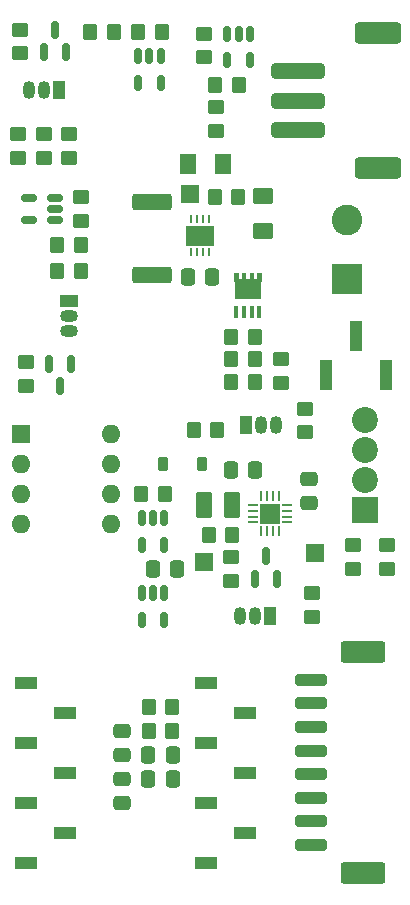
<source format=gbr>
%TF.GenerationSoftware,KiCad,Pcbnew,9.99.0-86-g03af293683*%
%TF.CreationDate,2025-02-25T09:18:42+01:00*%
%TF.ProjectId,RemBrake,52656d42-7261-46b6-952e-6b696361645f,2.0*%
%TF.SameCoordinates,PX7270e00PY8583b00*%
%TF.FileFunction,Soldermask,Top*%
%TF.FilePolarity,Negative*%
%FSLAX46Y46*%
G04 Gerber Fmt 4.6, Leading zero omitted, Abs format (unit mm)*
G04 Created by KiCad (PCBNEW 9.99.0-86-g03af293683) date 2025-02-25 09:18:42*
%MOMM*%
%LPD*%
G01*
G04 APERTURE LIST*
G04 Aperture macros list*
%AMRoundRect*
0 Rectangle with rounded corners*
0 $1 Rounding radius*
0 $2 $3 $4 $5 $6 $7 $8 $9 X,Y pos of 4 corners*
0 Add a 4 corners polygon primitive as box body*
4,1,4,$2,$3,$4,$5,$6,$7,$8,$9,$2,$3,0*
0 Add four circle primitives for the rounded corners*
1,1,$1+$1,$2,$3*
1,1,$1+$1,$4,$5*
1,1,$1+$1,$6,$7*
1,1,$1+$1,$8,$9*
0 Add four rect primitives between the rounded corners*
20,1,$1+$1,$2,$3,$4,$5,0*
20,1,$1+$1,$4,$5,$6,$7,0*
20,1,$1+$1,$6,$7,$8,$9,0*
20,1,$1+$1,$8,$9,$2,$3,0*%
%AMFreePoly0*
4,1,21,1.372500,0.787500,0.862500,0.787500,0.862500,0.532500,1.372500,0.532500,1.372500,0.127500,0.862500,0.127500,0.862500,-0.127500,1.372500,-0.127500,1.372500,-0.532500,0.862500,-0.532500,0.862500,-0.787500,1.372500,-0.787500,1.372500,-1.195000,0.612500,-1.195000,0.612500,-1.117500,-0.862500,-1.117500,-0.862500,1.117500,0.612500,1.117500,0.612500,1.195000,1.372500,1.195000,
1.372500,0.787500,1.372500,0.787500,$1*%
G04 Aperture macros list end*
%ADD10R,1.500000X1.500000*%
%ADD11RoundRect,0.150000X-0.150000X0.587500X-0.150000X-0.587500X0.150000X-0.587500X0.150000X0.587500X0*%
%ADD12R,1.050000X1.500000*%
%ADD13O,1.050000X1.500000*%
%ADD14RoundRect,0.250000X0.350000X0.450000X-0.350000X0.450000X-0.350000X-0.450000X0.350000X-0.450000X0*%
%ADD15RoundRect,0.150000X-0.150000X0.512500X-0.150000X-0.512500X0.150000X-0.512500X0.150000X0.512500X0*%
%ADD16RoundRect,0.250000X-0.450000X0.350000X-0.450000X-0.350000X0.450000X-0.350000X0.450000X0.350000X0*%
%ADD17RoundRect,0.225000X-0.225000X-0.375000X0.225000X-0.375000X0.225000X0.375000X-0.225000X0.375000X0*%
%ADD18R,0.405000X0.990000*%
%ADD19FreePoly0,90.000000*%
%ADD20RoundRect,0.250000X0.475000X-0.337500X0.475000X0.337500X-0.475000X0.337500X-0.475000X-0.337500X0*%
%ADD21RoundRect,0.250000X0.337500X0.475000X-0.337500X0.475000X-0.337500X-0.475000X0.337500X-0.475000X0*%
%ADD22RoundRect,0.150000X0.150000X-0.587500X0.150000X0.587500X-0.150000X0.587500X-0.150000X-0.587500X0*%
%ADD23R,2.200000X2.200000*%
%ADD24C,2.200000*%
%ADD25RoundRect,0.250000X-0.350000X-0.450000X0.350000X-0.450000X0.350000X0.450000X-0.350000X0.450000X0*%
%ADD26RoundRect,0.250001X-0.462499X-0.624999X0.462499X-0.624999X0.462499X0.624999X-0.462499X0.624999X0*%
%ADD27RoundRect,0.250000X1.100000X-0.250000X1.100000X0.250000X-1.100000X0.250000X-1.100000X-0.250000X0*%
%ADD28RoundRect,0.250000X1.650000X-0.650000X1.650000X0.650000X-1.650000X0.650000X-1.650000X-0.650000X0*%
%ADD29RoundRect,0.250000X0.450000X-0.350000X0.450000X0.350000X-0.450000X0.350000X-0.450000X-0.350000X0*%
%ADD30RoundRect,0.250000X-0.475000X0.337500X-0.475000X-0.337500X0.475000X-0.337500X0.475000X0.337500X0*%
%ADD31R,2.600000X2.600000*%
%ADD32C,2.600000*%
%ADD33R,1.900000X1.000000*%
%ADD34RoundRect,0.250000X-0.337500X-0.475000X0.337500X-0.475000X0.337500X0.475000X-0.337500X0.475000X0*%
%ADD35RoundRect,0.250001X-0.624999X0.462499X-0.624999X-0.462499X0.624999X-0.462499X0.624999X0.462499X0*%
%ADD36RoundRect,0.062500X-0.350000X-0.062500X0.350000X-0.062500X0.350000X0.062500X-0.350000X0.062500X0*%
%ADD37RoundRect,0.062500X-0.062500X-0.350000X0.062500X-0.350000X0.062500X0.350000X-0.062500X0.350000X0*%
%ADD38R,1.680000X1.680000*%
%ADD39R,0.250000X0.700000*%
%ADD40R,2.380000X1.660000*%
%ADD41R,1.500000X1.050000*%
%ADD42O,1.500000X1.050000*%
%ADD43RoundRect,0.250000X2.000000X-0.400000X2.000000X0.400000X-2.000000X0.400000X-2.000000X-0.400000X0*%
%ADD44RoundRect,0.250000X1.700000X-0.650000X1.700000X0.650000X-1.700000X0.650000X-1.700000X-0.650000X0*%
%ADD45RoundRect,0.249999X-1.425001X0.450001X-1.425001X-0.450001X1.425001X-0.450001X1.425001X0.450001X0*%
%ADD46R,1.000000X2.510000*%
%ADD47RoundRect,0.150000X0.512500X0.150000X-0.512500X0.150000X-0.512500X-0.150000X0.512500X-0.150000X0*%
%ADD48R,1.600000X1.600000*%
%ADD49O,1.600000X1.600000*%
%ADD50RoundRect,0.250001X0.462499X0.849999X-0.462499X0.849999X-0.462499X-0.849999X0.462499X-0.849999X0*%
G04 APERTURE END LIST*
D10*
%TO.C,TP3*%
X29210000Y31623000D03*
%TD*%
D11*
%TO.C,Q5*%
X8570000Y47595000D03*
X6670000Y47595000D03*
X7620000Y45720000D03*
%TD*%
D12*
%TO.C,Q2*%
X23368000Y42418000D03*
D13*
X24638000Y42418000D03*
X25908000Y42418000D03*
%TD*%
D14*
%TO.C,R51*%
X22717000Y61722000D03*
X20717000Y61722000D03*
%TD*%
D15*
%TO.C,U4*%
X16444000Y28188500D03*
X15494000Y28188500D03*
X14544000Y28188500D03*
X14544000Y25913500D03*
X16444000Y25913500D03*
%TD*%
D16*
%TO.C,R60*%
X4191000Y75898000D03*
X4191000Y73898000D03*
%TD*%
D17*
%TO.C,D2*%
X16343000Y39116000D03*
X19643000Y39116000D03*
%TD*%
D14*
%TO.C,R28*%
X20939000Y42037000D03*
X18939000Y42037000D03*
%TD*%
D18*
%TO.C,Q1*%
X22520000Y51970500D03*
X23180000Y51970500D03*
X23840000Y51970500D03*
X24500000Y51970500D03*
D19*
X23510000Y53963000D03*
%TD*%
D20*
%TO.C,C1*%
X28702000Y35792500D03*
X28702000Y37867500D03*
%TD*%
D15*
%TO.C,U6*%
X23683000Y75559500D03*
X22733000Y75559500D03*
X21783000Y75559500D03*
X21783000Y73284500D03*
X23683000Y73284500D03*
%TD*%
D21*
%TO.C,C11*%
X20505000Y54991000D03*
X18430000Y54991000D03*
%TD*%
D10*
%TO.C,TP4*%
X18592800Y62022000D03*
%TD*%
D14*
%TO.C,R21*%
X9382000Y57658000D03*
X7382000Y57658000D03*
%TD*%
D22*
%TO.C,Q7*%
X24130000Y29415500D03*
X26030000Y29415500D03*
X25080000Y31290500D03*
%TD*%
D23*
%TO.C,J3*%
X33416000Y35245400D03*
D24*
X33416000Y37785400D03*
X33416000Y40325400D03*
X33416000Y42865400D03*
%TD*%
D25*
%TO.C,R14*%
X22130000Y48006000D03*
X24130000Y48006000D03*
%TD*%
D15*
%TO.C,U3*%
X16444000Y34538500D03*
X15494000Y34538500D03*
X14544000Y34538500D03*
X14544000Y32263500D03*
X16444000Y32263500D03*
%TD*%
D26*
%TO.C,F2*%
X18466500Y64562000D03*
X21441500Y64562000D03*
%TD*%
D25*
%TO.C,R7*%
X20209000Y33147000D03*
X22209000Y33147000D03*
%TD*%
D27*
%TO.C,J4*%
X28829000Y6858000D03*
X28829000Y8858000D03*
X28829000Y10858000D03*
X28829000Y12858000D03*
X28829000Y14858000D03*
X28829000Y16858000D03*
X28829000Y18858000D03*
X28829000Y20858000D03*
D28*
X33279000Y4508000D03*
X33279000Y23208000D03*
%TD*%
D29*
%TO.C,R59*%
X8382000Y65024000D03*
X8382000Y67024000D03*
%TD*%
D21*
%TO.C,C4*%
X17547500Y30226000D03*
X15472500Y30226000D03*
%TD*%
D22*
%TO.C,Q9*%
X6223000Y73974000D03*
X8123000Y73974000D03*
X7173000Y75849000D03*
%TD*%
D14*
%TO.C,R58*%
X17113000Y16510000D03*
X15113000Y16510000D03*
%TD*%
D30*
%TO.C,C7*%
X12827000Y16531500D03*
X12827000Y14456500D03*
%TD*%
D20*
%TO.C,C8*%
X12827000Y10414000D03*
X12827000Y12489000D03*
%TD*%
D14*
%TO.C,R27*%
X16240000Y75692000D03*
X14240000Y75692000D03*
%TD*%
D31*
%TO.C,J1*%
X31892200Y54797600D03*
D32*
X31892200Y59797600D03*
%TD*%
D12*
%TO.C,Q6*%
X25400000Y26268000D03*
D13*
X24130000Y26268000D03*
X22860000Y26268000D03*
%TD*%
D10*
%TO.C,TP1*%
X19812000Y30861000D03*
%TD*%
D33*
%TO.C,J7*%
X4715000Y20620000D03*
X8015000Y18080000D03*
X4715000Y15540000D03*
X8015000Y13000000D03*
X4715000Y10460000D03*
X8015000Y7920000D03*
X4715000Y5380000D03*
%TD*%
D21*
%TO.C,C9*%
X17145000Y12446000D03*
X15070000Y12446000D03*
%TD*%
D34*
%TO.C,C3*%
X22076500Y38608000D03*
X24151500Y38608000D03*
%TD*%
D16*
%TO.C,R26*%
X4699000Y47720000D03*
X4699000Y45720000D03*
%TD*%
D35*
%TO.C,F1*%
X24765000Y61812500D03*
X24765000Y58837500D03*
%TD*%
D16*
%TO.C,R37*%
X28956000Y28178000D03*
X28956000Y26178000D03*
%TD*%
D25*
%TO.C,R12*%
X22130000Y46101000D03*
X24130000Y46101000D03*
%TD*%
D36*
%TO.C,U1*%
X23937500Y35675000D03*
X23937500Y35175000D03*
X23937500Y34675000D03*
X23937500Y34175000D03*
D37*
X24650000Y33462500D03*
X25150000Y33462500D03*
X25650000Y33462500D03*
X26150000Y33462500D03*
D36*
X26862500Y34175000D03*
X26862500Y34675000D03*
X26862500Y35175000D03*
X26862500Y35675000D03*
D37*
X26150000Y36387500D03*
X25650000Y36387500D03*
X25150000Y36387500D03*
X24650000Y36387500D03*
D38*
X25400000Y34925000D03*
%TD*%
D29*
%TO.C,R62*%
X4064000Y65024000D03*
X4064000Y67024000D03*
%TD*%
%TO.C,R6*%
X26289000Y45990000D03*
X26289000Y47990000D03*
%TD*%
D21*
%TO.C,C10*%
X17145000Y14478000D03*
X15070000Y14478000D03*
%TD*%
D14*
%TO.C,R15*%
X16494000Y36576000D03*
X14494000Y36576000D03*
%TD*%
D39*
%TO.C,IC1*%
X18696000Y57066000D03*
X19196000Y57066000D03*
X19696000Y57066000D03*
X20196000Y57066000D03*
X20196000Y59866000D03*
X19696000Y59866000D03*
X19196000Y59866000D03*
X18696000Y59866000D03*
D40*
X19446000Y58466000D03*
%TD*%
D25*
%TO.C,R1*%
X22130000Y49911000D03*
X24130000Y49911000D03*
%TD*%
D15*
%TO.C,U7*%
X16129000Y73654500D03*
X15179000Y73654500D03*
X14229000Y73654500D03*
X14229000Y71379500D03*
X16129000Y71379500D03*
%TD*%
D14*
%TO.C,R22*%
X9382000Y55499000D03*
X7382000Y55499000D03*
%TD*%
%TO.C,R29*%
X22733000Y71247000D03*
X20733000Y71247000D03*
%TD*%
D16*
%TO.C,R36*%
X22098000Y31226000D03*
X22098000Y29226000D03*
%TD*%
D41*
%TO.C,Q4*%
X8382000Y52959000D03*
D42*
X8382000Y51689000D03*
X8382000Y50419000D03*
%TD*%
D29*
%TO.C,R20*%
X9398000Y59706000D03*
X9398000Y61706000D03*
%TD*%
D43*
%TO.C,J2*%
X27727600Y67396000D03*
X27727600Y69896000D03*
X27727600Y72396000D03*
D44*
X34527600Y64196000D03*
X34527600Y75596000D03*
%TD*%
D25*
%TO.C,R30*%
X15113000Y18542000D03*
X17113000Y18542000D03*
%TD*%
D45*
%TO.C,R53*%
X15382000Y61262000D03*
X15382000Y55162000D03*
%TD*%
D46*
%TO.C,J9*%
X30114000Y46672400D03*
X32654000Y49982400D03*
X35194000Y46672400D03*
%TD*%
D47*
%TO.C,U2*%
X7233500Y59756000D03*
X7233500Y60706000D03*
X7233500Y61656000D03*
X4958500Y61656000D03*
X4958500Y59756000D03*
%TD*%
D16*
%TO.C,R52*%
X32385000Y32258000D03*
X32385000Y30258000D03*
%TD*%
D14*
%TO.C,R25*%
X12176000Y75692000D03*
X10176000Y75692000D03*
%TD*%
D29*
%TO.C,R8*%
X28321000Y41799000D03*
X28321000Y43799000D03*
%TD*%
D48*
%TO.C,U5*%
X4318000Y41656000D03*
D49*
X4318000Y39116000D03*
X4318000Y36576000D03*
X4318000Y34036000D03*
X11938000Y34036000D03*
X11938000Y36576000D03*
X11938000Y39116000D03*
X11938000Y41656000D03*
%TD*%
D12*
%TO.C,Q8*%
X7493000Y70769000D03*
D13*
X6223000Y70769000D03*
X4953000Y70769000D03*
%TD*%
D16*
%TO.C,R50*%
X35306000Y32258000D03*
X35306000Y30258000D03*
%TD*%
D29*
%TO.C,R61*%
X20828000Y67326000D03*
X20828000Y69326000D03*
%TD*%
D33*
%TO.C,J8*%
X19955000Y20620000D03*
X23255000Y18080000D03*
X19955000Y15540000D03*
X23255000Y13000000D03*
X19955000Y10460000D03*
X23255000Y7920000D03*
X19955000Y5380000D03*
%TD*%
D50*
%TO.C,L1*%
X22137000Y35687000D03*
X19812000Y35687000D03*
%TD*%
D29*
%TO.C,R57*%
X6223000Y65024000D03*
X6223000Y67024000D03*
%TD*%
%TO.C,R63*%
X19812000Y73565000D03*
X19812000Y75565000D03*
%TD*%
M02*

</source>
